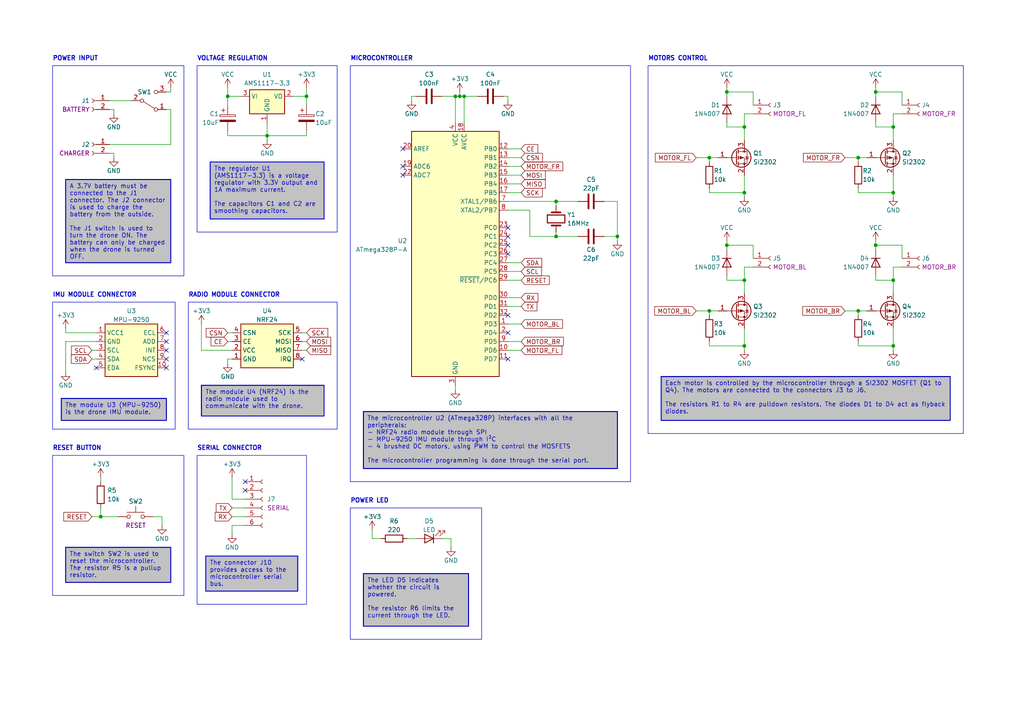
<source format=kicad_sch>
(kicad_sch (version 20230121) (generator eeschema)
  (paper "A4")
  (title_block (title "NanoDrone") (date "2024-02-12") (rev "1.0") (company "Alan Carvalho"))
  (lib_symbols
    (symbol "Connector:Conn_01x02_Socket" (pin_names (offset 1.016) hide)
      (property "Reference" "J" (at 0 2.54 0))
      (property "Value" "Conn_01x02_Socket" (at 0 -5.08 0))
      (symbol "Conn_01x02_Socket_1_1"
        (arc (start 0 -2.032) (mid -0.5058 -2.54) (end 0 -3.048) (stroke (width 0.1524)))
        (polyline (pts (xy -1.27 -2.54) (xy -0.508 -2.54)) (stroke (width 0.1524)))
        (polyline (pts (xy -1.27 0) (xy -0.508 0)) (stroke (width 0.1524)))
        (arc (start 0 0.508) (mid -0.5058 0) (end 0 -0.508) (stroke (width 0.1524)))
        (pin passive line (at -5.08 0 0) (length 3.81) (name "Pin_1") (number "1"))
        (pin passive line (at -5.08 -2.54 0) (length 3.81) (name "Pin_2") (number "2"))
      )
    )
    (symbol "Connector:Conn_01x06_Socket" (pin_names (offset 1.016) hide)
      (property "Reference" "J" (at 0 7.62 0))
      (property "Value" "Conn_01x06_Socket" (at 0 -10.16 0))
      (symbol "Conn_01x06_Socket_1_1"
        (arc (start 0 -7.112) (mid -0.5058 -7.62) (end 0 -8.128) (stroke (width 0.1524)))
        (arc (start 0 -4.572) (mid -0.5058 -5.08) (end 0 -5.588) (stroke (width 0.1524)))
        (arc (start 0 -2.032) (mid -0.5058 -2.54) (end 0 -3.048) (stroke (width 0.1524)))
        (polyline (pts (xy -1.27 -7.62) (xy -0.508 -7.62)) (stroke (width 0.1524)))
        (polyline (pts (xy -1.27 -5.08) (xy -0.508 -5.08)) (stroke (width 0.1524)))
        (polyline (pts (xy -1.27 -2.54) (xy -0.508 -2.54)) (stroke (width 0.1524)))
        (polyline (pts (xy -1.27 0) (xy -0.508 0)) (stroke (width 0.1524)))
        (polyline (pts (xy -1.27 2.54) (xy -0.508 2.54)) (stroke (width 0.1524)))
        (polyline (pts (xy -1.27 5.08) (xy -0.508 5.08)) (stroke (width 0.1524)))
        (arc (start 0 0.508) (mid -0.5058 0) (end 0 -0.508) (stroke (width 0.1524)))
        (arc (start 0 3.048) (mid -0.5058 2.54) (end 0 2.032) (stroke (width 0.1524)))
        (arc (start 0 5.588) (mid -0.5058 5.08) (end 0 4.572) (stroke (width 0.1524)))
        (pin passive line (at -5.08 5.08 0) (length 3.81) (name "Pin_1") (number "1"))
        (pin passive line (at -5.08 2.54 0) (length 3.81) (name "Pin_2") (number "2"))
        (pin passive line (at -5.08 0 0) (length 3.81) (name "Pin_3") (number "3"))
        (pin passive line (at -5.08 -2.54 0) (length 3.81) (name "Pin_4") (number "4"))
        (pin passive line (at -5.08 -5.08 0) (length 3.81) (name "Pin_5") (number "5"))
        (pin passive line (at -5.08 -7.62 0) (length 3.81) (name "Pin_6") (number "6"))
      )
    )
    (symbol "Device:C" (pin_numbers hide) (pin_names (offset 0.254))
      (property "Reference" "C" (at 0.635 2.54 0))
      (property "Value" "C" (at 0.635 -2.54 0))
      (symbol "C_0_1"
        (polyline (pts (xy -2.032 -0.762) (xy 2.032 -0.762)) (stroke (width 0.508)))
        (polyline (pts (xy -2.032 0.762) (xy 2.032 0.762)) (stroke (width 0.508)))
      )
      (symbol "C_1_1"
        (pin passive line (at 0 3.81 270) (length 2.794) (name "~") (number "1"))
        (pin passive line (at 0 -3.81 90) (length 2.794) (name "~") (number "2"))
      )
    )
    (symbol "Device:C_Polarized" (pin_numbers hide) (pin_names (offset 0.254))
      (property "Reference" "C" (at 0.635 2.54 0))
      (property "Value" "C_Polarized" (at 0.635 -2.54 0))
      (symbol "C_Polarized_0_1"
        (rectangle (start -2.286 0.508) (end 2.286 1.016))
        (polyline (pts (xy -1.778 2.286) (xy -0.762 2.286)))
        (polyline (pts (xy -1.27 2.794) (xy -1.27 1.778)))
        (rectangle (start 2.286 -0.508) (end -2.286 -1.016) (fill (type outline)))
      )
      (symbol "C_Polarized_1_1"
        (pin passive line (at 0 3.81 270) (length 2.794) (name "~") (number "1"))
        (pin passive line (at 0 -3.81 90) (length 2.794) (name "~") (number "2"))
      )
    )
    (symbol "Device:Crystal" (pin_numbers hide) (pin_names (offset 1.016) hide)
      (property "Reference" "Y" (at 0 3.81 0))
      (property "Value" "Crystal" (at 0 -3.81 0))
      (symbol "Crystal_0_1"
        (rectangle (start -1.143 2.54) (end 1.143 -2.54) (stroke (width 0.3048)))
        (polyline (pts (xy -2.54 0) (xy -1.905 0)))
        (polyline (pts (xy -1.905 -1.27) (xy -1.905 1.27)) (stroke (width 0.508)))
        (polyline (pts (xy 1.905 -1.27) (xy 1.905 1.27)) (stroke (width 0.508)))
        (polyline (pts (xy 2.54 0) (xy 1.905 0)))
      )
      (symbol "Crystal_1_1"
        (pin passive line (at -3.81 0 0) (length 1.27) (name "1") (number "1"))
        (pin passive line (at 3.81 0 180) (length 1.27) (name "2") (number "2"))
      )
    )
    (symbol "Device:LED" (pin_numbers hide) (pin_names (offset 1.016) hide)
      (property "Reference" "D" (at 0 2.54 0))
      (property "Value" "LED" (at 0 -2.54 0))
      (symbol "LED_0_1"
        (polyline (pts (xy -1.27 -1.27) (xy -1.27 1.27)) (stroke (width 0.254)))
        (polyline (pts (xy -1.27 0) (xy 1.27 0)))
        (polyline (pts (xy 1.27 -1.27) (xy 1.27 1.27) (xy -1.27 0) (xy 1.27 -1.27)) (stroke (width 0.254)))
        (polyline (pts (xy -3.048 -0.762) (xy -4.572 -2.286) (xy -3.81 -2.286) (xy -4.572 -2.286) (xy -4.572 -1.524)))
        (polyline (pts (xy -1.778 -0.762) (xy -3.302 -2.286) (xy -2.54 -2.286) (xy -3.302 -2.286) (xy -3.302 -1.524)))
      )
      (symbol "LED_1_1"
        (pin passive line (at -3.81 0 0) (length 2.54) (name "K") (number "1"))
        (pin passive line (at 3.81 0 180) (length 2.54) (name "A") (number "2"))
      )
    )
    (symbol "Device:R" (pin_numbers hide) (pin_names (offset 0))
      (property "Reference" "R" (at 2.032 0 90))
      (property "Value" "R" (at 0 0 90))
      (symbol "R_0_1"
        (rectangle (start -1.016 -2.54) (end 1.016 2.54) (stroke (width 0.254)))
      )
      (symbol "R_1_1"
        (pin passive line (at 0 3.81 270) (length 1.27) (name "~") (number "1"))
        (pin passive line (at 0 -3.81 90) (length 1.27) (name "~") (number "2"))
      )
    )
    (symbol "Diode:1N4007" (pin_numbers hide) (pin_names hide)
      (property "Reference" "D" (at 0 2.54 0))
      (property "Value" "1N4007" (at 0 -2.54 0))
      (symbol "1N4007_0_1"
        (polyline (pts (xy -1.27 1.27) (xy -1.27 -1.27)) (stroke (width 0.254)))
        (polyline (pts (xy 1.27 0) (xy -1.27 0)))
        (polyline (pts (xy 1.27 1.27) (xy 1.27 -1.27) (xy -1.27 0) (xy 1.27 1.27)) (stroke (width 0.254)))
      )
      (symbol "1N4007_1_1"
        (pin passive line (at -3.81 0 0) (length 2.54) (name "K") (number "1"))
        (pin passive line (at 3.81 0 180) (length 2.54) (name "A") (number "2"))
      )
    )
    (symbol "MCU_Microchip_ATmega:ATmega328P-A"
      (property "Reference" "U" (at -12.7 36.83 0))
      (property "Value" "ATmega328P-A" (at 2.54 -36.83 0))
      (symbol "ATmega328P-A_0_1"
        (rectangle (start -12.7 -35.56) (end 12.7 35.56) (stroke (width 0.254)) (fill (type background)))
      )
      (symbol "ATmega328P-A_1_1"
        (pin bidirectional line (at 15.24 -20.32 180) (length 2.54) (name "PD3") (number "1"))
        (pin bidirectional line (at 15.24 -27.94 180) (length 2.54) (name "PD6") (number "10"))
        (pin bidirectional line (at 15.24 -30.48 180) (length 2.54) (name "PD7") (number "11"))
        (pin bidirectional line (at 15.24 30.48 180) (length 2.54) (name "PB0") (number "12"))
        (pin bidirectional line (at 15.24 27.94 180) (length 2.54) (name "PB1") (number "13"))
        (pin bidirectional line (at 15.24 25.4 180) (length 2.54) (name "PB2") (number "14"))
        (pin bidirectional line (at 15.24 22.86 180) (length 2.54) (name "PB3") (number "15"))
        (pin bidirectional line (at 15.24 20.32 180) (length 2.54) (name "PB4") (number "16"))
        (pin bidirectional line (at 15.24 17.78 180) (length 2.54) (name "PB5") (number "17"))
        (pin power_in line (at 2.54 38.1 270) (length 2.54) (name "AVCC") (number "18"))
        (pin input line (at -15.24 25.4 0) (length 2.54) (name "ADC6") (number "19"))
        (pin bidirectional line (at 15.24 -22.86 180) (length 2.54) (name "PD4") (number "2"))
        (pin passive line (at -15.24 30.48 0) (length 2.54) (name "AREF") (number "20"))
        (pin passive line (at 0 -38.1 90) (length 2.54) hide (name "GND") (number "21"))
        (pin input line (at -15.24 22.86 0) (length 2.54) (name "ADC7") (number "22"))
        (pin bidirectional line (at 15.24 7.62 180) (length 2.54) (name "PC0") (number "23"))
        (pin bidirectional line (at 15.24 5.08 180) (length 2.54) (name "PC1") (number "24"))
        (pin bidirectional line (at 15.24 2.54 180) (length 2.54) (name "PC2") (number "25"))
        (pin bidirectional line (at 15.24 0 180) (length 2.54) (name "PC3") (number "26"))
        (pin bidirectional line (at 15.24 -2.54 180) (length 2.54) (name "PC4") (number "27"))
        (pin bidirectional line (at 15.24 -5.08 180) (length 2.54) (name "PC5") (number "28"))
        (pin bidirectional line (at 15.24 -7.62 180) (length 2.54) (name "~{RESET}/PC6") (number "29"))
        (pin power_in line (at 0 -38.1 90) (length 2.54) (name "GND") (number "3"))
        (pin bidirectional line (at 15.24 -12.7 180) (length 2.54) (name "PD0") (number "30"))
        (pin bidirectional line (at 15.24 -15.24 180) (length 2.54) (name "PD1") (number "31"))
        (pin bidirectional line (at 15.24 -17.78 180) (length 2.54) (name "PD2") (number "32"))
        (pin power_in line (at 0 38.1 270) (length 2.54) (name "VCC") (number "4"))
        (pin passive line (at 0 -38.1 90) (length 2.54) hide (name "GND") (number "5"))
        (pin passive line (at 0 38.1 270) (length 2.54) hide (name "VCC") (number "6"))
        (pin bidirectional line (at 15.24 15.24 180) (length 2.54) (name "XTAL1/PB6") (number "7"))
        (pin bidirectional line (at 15.24 12.7 180) (length 2.54) (name "XTAL2/PB7") (number "8"))
        (pin bidirectional line (at 15.24 -25.4 180) (length 2.54) (name "PD5") (number "9"))
      )
    )
    (symbol "My_Library:MPU-9250_Module"
      (property "Reference" "U" (at 0 7.62 0))
      (symbol "MPU-9250_Module_0_1"
        (rectangle (start -7.62 6.35) (end 7.62 -8.89) (stroke (width 0.254)) (fill (type background)))
      )
      (symbol "MPU-9250_Module_1_1"
        (pin power_in line (at -10.16 3.81 0) (length 2.54) (name "VCC1") (number "1"))
        (pin input line (at 10.16 -6.35 180) (length 2.54) (name "FSYNC") (number "10"))
        (pin power_in line (at -10.16 1.27 0) (length 2.54) (name "GND") (number "2"))
        (pin input line (at -10.16 -1.27 0) (length 2.54) (name "SCL") (number "3"))
        (pin input line (at -10.16 -3.81 0) (length 2.54) (name "SDA") (number "4"))
        (pin input line (at -10.16 -6.35 0) (length 2.54) (name "EDA") (number "5"))
        (pin input line (at 10.16 3.81 180) (length 2.54) (name "ECL") (number "6"))
        (pin input line (at 10.16 1.27 180) (length 2.54) (name "ADD") (number "7"))
        (pin input line (at 10.16 -1.27 180) (length 2.54) (name "INT") (number "8"))
        (pin input line (at 10.16 -3.81 180) (length 2.54) (name "NCS") (number "9"))
      )
    )
    (symbol "My_Library:NRF24_Module"
      (property "Reference" "U" (at 0 11.43 0))
      (symbol "NRF24_Module_0_1"
        (rectangle (start -7.62 7.62) (end 7.62 -5.08) (stroke (width 0.254)) (fill (type background)))
      )
      (symbol "NRF24_Module_1_1"
        (pin power_in line (at -10.16 -2.54 0) (length 2.54) (name "GND") (number "1"))
        (pin power_in line (at -10.16 0 0) (length 2.54) (name "VCC") (number "2"))
        (pin input line (at -10.16 2.54 0) (length 2.54) (name "CE") (number "3"))
        (pin input line (at -10.16 5.08 0) (length 2.54) (name "CSN") (number "4"))
        (pin input line (at 10.16 5.08 180) (length 2.54) (name "SCK") (number "5"))
        (pin input line (at 10.16 2.54 180) (length 2.54) (name "MOSI") (number "6"))
        (pin input line (at 10.16 0 180) (length 2.54) (name "MISO") (number "7"))
        (pin input line (at 10.16 -2.54 180) (length 2.54) (name "IRQ") (number "8"))
      )
    )
    (symbol "Regulator_Linear:AMS1117-5.0"
      (property "Reference" "U" (at -3.81 3.175 0))
      (property "Value" "AMS1117-5.0" (at 0 3.175 0))
      (symbol "AMS1117-5.0_0_1"
        (rectangle (start -5.08 -5.08) (end 5.08 1.905) (stroke (width 0.254)) (fill (type background)))
      )
      (symbol "AMS1117-5.0_1_1"
        (pin power_in line (at 0 -7.62 90) (length 2.54) (name "GND") (number "1"))
        (pin power_out line (at 7.62 0 180) (length 2.54) (name "VO") (number "2"))
        (pin power_in line (at -7.62 0 0) (length 2.54) (name "VI") (number "3"))
      )
    )
    (symbol "Switch:SW_Push" (pin_numbers hide) (pin_names (offset 1.016) hide)
      (property "Reference" "SW" (at 1.27 2.54 0))
      (property "Value" "SW_Push" (at 0 -1.524 0))
      (symbol "SW_Push_0_1"
        (circle (center -2.032 0) (radius 0.508))
        (polyline (pts (xy 0 1.27) (xy 0 3.048)))
        (polyline (pts (xy 2.54 1.27) (xy -2.54 1.27)))
        (circle (center 2.032 0) (radius 0.508))
        (pin passive line (at -5.08 0 0) (length 2.54) (name "1") (number "1"))
        (pin passive line (at 5.08 0 180) (length 2.54) (name "2") (number "2"))
      )
    )
    (symbol "Switch:SW_SPDT" (pin_names (offset 0) hide)
      (property "Reference" "SW" (at 0 4.318 0))
      (property "Value" "SW_SPDT" (at 0 -5.08 0))
      (symbol "SW_SPDT_0_0"
        (circle (center -2.032 0) (radius 0.508))
        (circle (center 2.032 -2.54) (radius 0.508))
      )
      (symbol "SW_SPDT_0_1"
        (polyline (pts (xy -1.524 0.254) (xy 1.651 2.286)))
        (circle (center 2.032 2.54) (radius 0.508))
      )
      (symbol "SW_SPDT_1_1"
        (pin passive line (at 5.08 2.54 180) (length 2.54) (name "A") (number "1"))
        (pin passive line (at -5.08 0 0) (length 2.54) (name "B") (number "2"))
        (pin passive line (at 5.08 -2.54 180) (length 2.54) (name "C") (number "3"))
      )
    )
    (symbol "Transistor_FET:Si2319CDS" (pin_names hide)
      (property "Reference" "Q" (at 5.08 1.905 0))
      (property "Value" "Si2319CDS" (at 5.08 0 0))
      (symbol "Si2319CDS_0_1"
        (polyline (pts (xy 0.254 0) (xy -2.54 0)))
        (polyline (pts (xy 0.254 1.905) (xy 0.254 -1.905)) (stroke (width 0.254)))
        (polyline (pts (xy 0.762 -1.27) (xy 0.762 -2.286)) (stroke (width 0.254)))
        (polyline (pts (xy 0.762 0.508) (xy 0.762 -0.508)) (stroke (width 0.254)))
        (polyline (pts (xy 0.762 2.286) (xy 0.762 1.27)) (stroke (width 0.254)))
        (polyline (pts (xy 2.54 2.54) (xy 2.54 1.778)))
        (polyline (pts (xy 2.54 -2.54) (xy 2.54 0) (xy 0.762 0)))
        (polyline (pts (xy 0.762 1.778) (xy 3.302 1.778) (xy 3.302 -1.778) (xy 0.762 -1.778)))
        (polyline (pts (xy 2.286 0) (xy 1.27 0.381) (xy 1.27 -0.381) (xy 2.286 0)) (fill (type outline)))
        (polyline (pts (xy 2.794 -0.508) (xy 2.921 -0.381) (xy 3.683 -0.381) (xy 3.81 -0.254)))
        (polyline (pts (xy 3.302 -0.381) (xy 2.921 0.254) (xy 3.683 0.254) (xy 3.302 -0.381)))
        (circle (center 1.651 0) (radius 2.794) (stroke (width 0.254)))
        (circle (center 2.54 -1.778) (radius 0.254) (fill (type outline)))
        (circle (center 2.54 1.778) (radius 0.254) (fill (type outline)))
      )
      (symbol "Si2319CDS_1_1"
        (pin input line (at -5.08 0 0) (length 2.54) (name "G") (number "1"))
        (pin passive line (at 2.54 -5.08 90) (length 2.54) (name "S") (number "2"))
        (pin passive line (at 2.54 5.08 270) (length 2.54) (name "D") (number "3"))
      )
    )
    (symbol "power:+3V3" (power) (pin_names (offset 0))
      (property "Value" "+3V3" (at 0 3.556 0))
      (symbol "+3V3_0_1"
        (polyline (pts (xy -0.762 1.27) (xy 0 2.54)))
        (polyline (pts (xy 0 0) (xy 0 2.54)))
        (polyline (pts (xy 0 2.54) (xy 0.762 1.27)))
      )
      (symbol "+3V3_1_1"
        (pin power_in line (at 0 0 90) (length 0) hide (name "+3V3") (number "1"))
      )
    )
    (symbol "power:GND" (power) (pin_names (offset 0))
      (property "Value" "GND" (at 0 -3.81 0))
      (symbol "GND_0_1"
        (polyline (pts (xy 0 0) (xy 0 -1.27) (xy 1.27 -1.27) (xy 0 -2.54) (xy -1.27 -1.27) (xy 0 -1.27)))
      )
      (symbol "GND_1_1"
        (pin power_in line (at 0 0 270) (length 0) hide (name "GND") (number "1"))
      )
    )
    (symbol "power:VCC" (power) (pin_names (offset 0))
      (property "Value" "VCC" (at 0 3.81 0))
      (symbol "VCC_0_1"
        (polyline (pts (xy -0.762 1.27) (xy 0 2.54)))
        (polyline (pts (xy 0 0) (xy 0 2.54)))
        (polyline (pts (xy 0 2.54) (xy 0.762 1.27)))
      )
      (symbol "VCC_1_1"
        (pin power_in line (at 0 0 90) (length 0) hide (name "VCC") (number "1"))
      )
    )
  )
  (junction (at 215.9 81.28))
  (junction (at 134.62 27.94))
  (junction (at 205.74 90.17))
  (junction (at 259.08 100.33))
  (junction (at 254 26.67))
  (junction (at 248.92 90.17))
  (junction (at 259.08 81.28))
  (junction (at 254 71.12))
  (junction (at 179.07 68.58))
  (junction (at 210.82 71.12))
  (junction (at 161.29 58.42))
  (junction (at 88.9 27.94))
  (junction (at 205.74 45.72))
  (junction (at 259.08 55.88))
  (junction (at 161.29 68.58))
  (junction (at 66.04 27.94))
  (junction (at 248.92 45.72))
  (junction (at 29.21 149.86))
  (junction (at 215.9 55.88))
  (junction (at 133.35 27.94))
  (junction (at 132.08 27.94))
  (junction (at 259.08 36.83))
  (junction (at 215.9 36.83))
  (junction (at 210.82 26.67))
  (junction (at 215.9 100.33))
  (junction (at 77.47 39.37))
  (no_connect (at 147.32 104.14))
  (no_connect (at 116.84 48.26))
  (no_connect (at 116.84 43.18))
  (no_connect (at 147.32 71.12))
  (no_connect (at 27.94 106.68))
  (no_connect (at 116.84 50.8))
  (no_connect (at 147.32 73.66))
  (no_connect (at 147.32 91.44))
  (no_connect (at 48.26 99.06))
  (no_connect (at 71.12 139.7))
  (no_connect (at 48.26 104.14))
  (no_connect (at 71.12 142.24))
  (no_connect (at 48.26 101.6))
  (no_connect (at 147.32 66.04))
  (no_connect (at 87.63 104.14))
  (no_connect (at 48.26 106.68))
  (no_connect (at 48.26 96.52))
  (no_connect (at 147.32 68.58))
  (no_connect (at 147.32 96.52))
  (wire (pts (xy 132.08 27.94) (xy 133.35 27.94)))
  (wire (pts (xy 44.45 149.86) (xy 46.99 149.86)))
  (wire (pts (xy 33.02 31.75) (xy 31.75 31.75)))
  (wire (pts (xy 67.31 138.43) (xy 67.31 144.78)))
  (wire (pts (xy 147.32 93.98) (xy 151.13 93.98)))
  (wire (pts (xy 215.9 33.02) (xy 218.44 33.02)))
  (wire (pts (xy 254 81.28) (xy 259.08 81.28)))
  (wire (pts (xy 26.67 101.6) (xy 27.94 101.6)))
  (wire (pts (xy 210.82 69.85) (xy 210.82 71.12)))
  (wire (pts (xy 49.53 31.75) (xy 48.26 31.75)))
  (wire (pts (xy 248.92 46.99) (xy 248.92 45.72)))
  (wire (pts (xy 147.32 29.21) (xy 147.32 27.94)))
  (wire (pts (xy 215.9 77.47) (xy 218.44 77.47)))
  (wire (pts (xy 147.32 86.36) (xy 151.13 86.36)))
  (wire (pts (xy 66.04 38.1) (xy 66.04 39.37)))
  (wire (pts (xy 29.21 149.86) (xy 34.29 149.86)))
  (wire (pts (xy 66.04 25.4) (xy 66.04 27.94)))
  (wire (pts (xy 254 26.67) (xy 261.62 26.67)))
  (wire (pts (xy 205.74 46.99) (xy 205.74 45.72)))
  (wire (pts (xy 66.04 39.37) (xy 77.47 39.37)))
  (wire (pts (xy 147.32 43.18) (xy 151.13 43.18)))
  (wire (pts (xy 248.92 45.72) (xy 245.11 45.72)))
  (wire (pts (xy 147.32 53.34) (xy 151.13 53.34)))
  (wire (pts (xy 179.07 68.58) (xy 179.07 69.85)))
  (wire (pts (xy 118.11 156.21) (xy 120.65 156.21)))
  (wire (pts (xy 26.67 104.14) (xy 27.94 104.14)))
  (wire (pts (xy 66.04 99.06) (xy 67.31 99.06)))
  (wire (pts (xy 88.9 101.6) (xy 87.63 101.6)))
  (wire (pts (xy 147.32 60.96) (xy 153.67 60.96)))
  (wire (pts (xy 254 35.56) (xy 254 36.83)))
  (wire (pts (xy 215.9 50.8) (xy 215.9 55.88)))
  (wire (pts (xy 107.95 156.21) (xy 110.49 156.21)))
  (wire (pts (xy 29.21 138.43) (xy 29.21 139.7)))
  (wire (pts (xy 88.9 99.06) (xy 87.63 99.06)))
  (wire (pts (xy 259.08 55.88) (xy 259.08 57.15)))
  (wire (pts (xy 210.82 72.39) (xy 210.82 71.12)))
  (wire (pts (xy 259.08 50.8) (xy 259.08 55.88)))
  (wire (pts (xy 254 69.85) (xy 254 71.12)))
  (wire (pts (xy 66.04 27.94) (xy 69.85 27.94)))
  (wire (pts (xy 205.74 91.44) (xy 205.74 90.17)))
  (wire (pts (xy 218.44 26.67) (xy 218.44 30.48)))
  (wire (pts (xy 248.92 90.17) (xy 251.46 90.17)))
  (wire (pts (xy 119.38 27.94) (xy 120.65 27.94)))
  (wire (pts (xy 205.74 90.17) (xy 208.28 90.17)))
  (wire (pts (xy 205.74 55.88) (xy 215.9 55.88)))
  (wire (pts (xy 147.32 58.42) (xy 161.29 58.42)))
  (wire (pts (xy 205.74 90.17) (xy 201.93 90.17)))
  (wire (pts (xy 210.82 36.83) (xy 215.9 36.83)))
  (wire (pts (xy 205.74 45.72) (xy 201.93 45.72)))
  (wire (pts (xy 254 80.01) (xy 254 81.28)))
  (wire (pts (xy 49.53 41.91) (xy 31.75 41.91)))
  (wire (pts (xy 210.82 80.01) (xy 210.82 81.28)))
  (wire (pts (xy 66.04 104.14) (xy 67.31 104.14)))
  (wire (pts (xy 147.32 101.6) (xy 151.13 101.6)))
  (wire (pts (xy 259.08 85.09) (xy 259.08 81.28)))
  (wire (pts (xy 205.74 45.72) (xy 208.28 45.72)))
  (wire (pts (xy 19.05 95.25) (xy 19.05 96.52)))
  (wire (pts (xy 161.29 68.58) (xy 161.29 67.31)))
  (wire (pts (xy 58.42 101.6) (xy 67.31 101.6)))
  (wire (pts (xy 128.27 156.21) (xy 130.81 156.21)))
  (wire (pts (xy 107.95 153.67) (xy 107.95 156.21)))
  (wire (pts (xy 248.92 99.06) (xy 248.92 100.33)))
  (wire (pts (xy 31.75 29.21) (xy 38.1 29.21)))
  (wire (pts (xy 179.07 68.58) (xy 175.26 68.58)))
  (wire (pts (xy 58.42 93.98) (xy 58.42 101.6)))
  (wire (pts (xy 205.74 99.06) (xy 205.74 100.33)))
  (wire (pts (xy 46.99 149.86) (xy 46.99 152.4)))
  (wire (pts (xy 210.82 26.67) (xy 218.44 26.67)))
  (wire (pts (xy 254 36.83) (xy 259.08 36.83)))
  (wire (pts (xy 33.02 44.45) (xy 31.75 44.45)))
  (wire (pts (xy 33.02 45.72) (xy 33.02 44.45)))
  (wire (pts (xy 161.29 68.58) (xy 153.67 68.58)))
  (wire (pts (xy 175.26 58.42) (xy 179.07 58.42)))
  (wire (pts (xy 132.08 111.76) (xy 132.08 113.03)))
  (wire (pts (xy 259.08 100.33) (xy 259.08 101.6)))
  (wire (pts (xy 179.07 58.42) (xy 179.07 68.58)))
  (wire (pts (xy 138.43 27.94) (xy 134.62 27.94)))
  (wire (pts (xy 19.05 96.52) (xy 27.94 96.52)))
  (wire (pts (xy 215.9 81.28) (xy 215.9 77.47)))
  (wire (pts (xy 215.9 40.64) (xy 215.9 36.83)))
  (wire (pts (xy 259.08 33.02) (xy 261.62 33.02)))
  (wire (pts (xy 261.62 26.67) (xy 261.62 30.48)))
  (wire (pts (xy 254 27.94) (xy 254 26.67)))
  (wire (pts (xy 215.9 36.83) (xy 215.9 33.02)))
  (wire (pts (xy 88.9 39.37) (xy 77.47 39.37)))
  (wire (pts (xy 261.62 71.12) (xy 261.62 74.93)))
  (wire (pts (xy 77.47 35.56) (xy 77.47 39.37)))
  (wire (pts (xy 147.32 27.94) (xy 146.05 27.94)))
  (wire (pts (xy 153.67 68.58) (xy 153.67 60.96)))
  (wire (pts (xy 210.82 25.4) (xy 210.82 26.67)))
  (wire (pts (xy 210.82 81.28) (xy 215.9 81.28)))
  (wire (pts (xy 248.92 55.88) (xy 259.08 55.88)))
  (wire (pts (xy 49.53 26.67) (xy 49.53 25.4)))
  (wire (pts (xy 147.32 88.9) (xy 151.13 88.9)))
  (wire (pts (xy 66.04 96.52) (xy 67.31 96.52)))
  (wire (pts (xy 147.32 78.74) (xy 151.13 78.74)))
  (wire (pts (xy 133.35 27.94) (xy 134.62 27.94)))
  (wire (pts (xy 66.04 105.41) (xy 66.04 104.14)))
  (wire (pts (xy 215.9 85.09) (xy 215.9 81.28)))
  (wire (pts (xy 66.04 30.48) (xy 66.04 27.94)))
  (wire (pts (xy 132.08 27.94) (xy 132.08 35.56)))
  (wire (pts (xy 254 71.12) (xy 261.62 71.12)))
  (wire (pts (xy 147.32 48.26) (xy 151.13 48.26)))
  (wire (pts (xy 210.82 35.56) (xy 210.82 36.83)))
  (wire (pts (xy 134.62 27.94) (xy 134.62 35.56)))
  (wire (pts (xy 147.32 45.72) (xy 151.13 45.72)))
  (wire (pts (xy 48.26 26.67) (xy 49.53 26.67)))
  (wire (pts (xy 88.9 27.94) (xy 85.09 27.94)))
  (wire (pts (xy 248.92 100.33) (xy 259.08 100.33)))
  (wire (pts (xy 77.47 39.37) (xy 77.47 40.64)))
  (wire (pts (xy 205.74 54.61) (xy 205.74 55.88)))
  (wire (pts (xy 88.9 96.52) (xy 87.63 96.52)))
  (wire (pts (xy 49.53 41.91) (xy 49.53 31.75)))
  (wire (pts (xy 19.05 107.95) (xy 19.05 99.06)))
  (wire (pts (xy 88.9 30.48) (xy 88.9 27.94)))
  (wire (pts (xy 147.32 81.28) (xy 151.13 81.28)))
  (wire (pts (xy 259.08 77.47) (xy 261.62 77.47)))
  (wire (pts (xy 26.67 149.86) (xy 29.21 149.86)))
  (wire (pts (xy 19.05 99.06) (xy 27.94 99.06)))
  (wire (pts (xy 248.92 91.44) (xy 248.92 90.17)))
  (wire (pts (xy 259.08 81.28) (xy 259.08 77.47)))
  (wire (pts (xy 248.92 54.61) (xy 248.92 55.88)))
  (wire (pts (xy 210.82 71.12) (xy 218.44 71.12)))
  (wire (pts (xy 161.29 58.42) (xy 167.64 58.42)))
  (wire (pts (xy 67.31 149.86) (xy 71.12 149.86)))
  (wire (pts (xy 161.29 68.58) (xy 167.64 68.58)))
  (wire (pts (xy 215.9 95.25) (xy 215.9 100.33)))
  (wire (pts (xy 88.9 25.4) (xy 88.9 27.94)))
  (wire (pts (xy 119.38 29.21) (xy 119.38 27.94)))
  (wire (pts (xy 248.92 90.17) (xy 245.11 90.17)))
  (wire (pts (xy 147.32 55.88) (xy 151.13 55.88)))
  (wire (pts (xy 67.31 147.32) (xy 71.12 147.32)))
  (wire (pts (xy 215.9 100.33) (xy 215.9 101.6)))
  (wire (pts (xy 254 72.39) (xy 254 71.12)))
  (wire (pts (xy 218.44 71.12) (xy 218.44 74.93)))
  (wire (pts (xy 254 25.4) (xy 254 26.67)))
  (wire (pts (xy 147.32 50.8) (xy 151.13 50.8)))
  (wire (pts (xy 29.21 147.32) (xy 29.21 149.86)))
  (wire (pts (xy 128.27 27.94) (xy 132.08 27.94)))
  (wire (pts (xy 33.02 33.02) (xy 33.02 31.75)))
  (wire (pts (xy 67.31 144.78) (xy 71.12 144.78)))
  (wire (pts (xy 259.08 95.25) (xy 259.08 100.33)))
  (wire (pts (xy 259.08 36.83) (xy 259.08 33.02)))
  (wire (pts (xy 133.35 26.67) (xy 133.35 27.94)))
  (wire (pts (xy 147.32 99.06) (xy 151.13 99.06)))
  (wire (pts (xy 205.74 100.33) (xy 215.9 100.33)))
  (wire (pts (xy 248.92 45.72) (xy 251.46 45.72)))
  (wire (pts (xy 88.9 38.1) (xy 88.9 39.37)))
  (wire (pts (xy 161.29 58.42) (xy 161.29 59.69)))
  (wire (pts (xy 210.82 27.94) (xy 210.82 26.67)))
  (wire (pts (xy 259.08 40.64) (xy 259.08 36.83)))
  (wire (pts (xy 215.9 55.88) (xy 215.9 57.15)))
  (wire (pts (xy 147.32 76.2) (xy 151.13 76.2)))
  (wire (pts (xy 130.81 156.21) (xy 130.81 158.75)))
  (wire (pts (xy 67.31 152.4) (xy 71.12 152.4)))
  (wire (pts (xy 67.31 154.94) (xy 67.31 152.4)))
  (rectangle (start 57.15 132.08) (end 88.9 175.26))
  (rectangle (start 15.24 19.05) (end 53.34 80.01))
  (rectangle (start 15.24 132.08) (end 53.34 172.72))
  (rectangle (start 54.61 87.63) (end 97.79 124.46))
  (rectangle (start 101.6 19.05) (end 182.88 139.7))
  (rectangle (start 57.15 19.05) (end 97.79 67.31))
  (rectangle (start 15.24 87.63) (end 50.8 124.46))
  (rectangle (start 187.96 19.05) (end 279.4 125.73))
  (rectangle (start 101.6 147.32) (end 139.7 185.42))
  (text_box "The switch SW2 is used to reset the microcontroller. The resistor R5 is a pullup resistor." (at 19.05 158.75 0) (size 30.48 10.16) (stroke (width 0.3)) (fill (type color) (color 194 194 194 1)) (effects (font (size 1.27 1.27)) (justify left top)))
  (text_box "The module U4 (NRF24) is the radio module used to communicate with the drone." (at 58.42 111.76 0) (size 35.56 8.89) (stroke (width 0.3)) (fill (type color) (color 194 194 194 1)) (effects (font (size 1.27 1.27)) (justify left top)))
  (text_box "The regulator U1 (AMS1117-3.3) is a voltage regulator with 3.3V output and 1A maximum current.\n\nThe capacitors C1 and C2 are smoothing capacitors." (at 60.96 46.99 0) (size 33.02 16.51) (stroke (width 0.3)) (fill (type color) (color 194 194 194 1)) (effects (font (size 1.27 1.27)) (justify left top)))
  (text_box "The microcontroller U2 (ATmega328P) interfaces with all the peripherals:\n- NRF24 radio module through SPI\n- MPU-9250 IMU module through I²C\n- 4 brushed DC motors, using PWM to control the MOSFETS\n\nThe microcontroller programming is done through the serial port." (at 105.41 119.38 0) (size 73.66 16.51) (stroke (width 0.3)) (fill (type color) (color 194 194 194 1)) (effects (font (size 1.27 1.27)) (justify left top)))
  (text_box "A 3.7V battery must be connected to the J1 connector. The J2 connector is used to charge the battery from the outside.\n\nThe J1 switch is used to turn the drone ON. The battery can only be charged when the drone is turned OFF." (at 19.05 52.07 0) (size 30.48 24.13) (stroke (width 0.3)) (fill (type color) (color 194 194 194 1)) (effects (font (size 1.27 1.27)) (justify left top)))
  (text_box "The module U3 (MPU-9250) is the drone IMU module." (at 17.78 115.57 0) (size 30.48 6.35) (stroke (width 0.3)) (fill (type color) (color 194 194 194 1)) (effects (font (size 1.27 1.27)) (justify left top)))
  (text_box "The connector J10 provides access to the microcontroller serial bus." (at 59.69 161.29 0) (size 26.67 10.16) (stroke (width 0.3)) (fill (type color) (color 194 194 194 1)) (effects (font (size 1.27 1.27)) (justify left top)))
  (text_box "Each motor is controlled by the microcontroller through a SI2302 MOSFET (Q1 to Q4). The motors are connected to the connectors J3 to J6.\n\nThe resistors R1 to R4 are pulldown resistors. The diodes D1 to D4 act as flyback diodes." (at 191.77 109.22 0) (size 83.82 12.7) (stroke (width 0.3)) (fill (type color) (color 194 194 194 1)) (effects (font (size 1.27 1.27)) (justify left top)))
  (text_box "The LED D5 indicates whether the circuit is powered.\n\nThe resistor R6 limits the current through the LED." (at 105.41 166.37 0) (size 30.48 15.24) (stroke (width 0.3)) (fill (type color) (color 194 194 194 1)) (effects (font (size 1.27 1.27)) (justify left top)))
  (text "VOLTAGE REGULATION" (at 57.15 17.78 0) (effects (font (size 1.27 1.27) (thickness 0.254) bold) (justify left bottom)))
  (text "POWER INPUT" (at 15.24 17.78 0) (effects (font (size 1.27 1.27) (thickness 0.254) bold) (justify left bottom)))
  (text "RADIO MODULE CONNECTOR" (at 54.61 86.36 0) (effects (font (size 1.27 1.27) (thickness 0.254) bold) (justify left bottom)))
  (text "RESET BUTTON" (at 15.24 130.81 0) (effects (font (size 1.27 1.27) (thickness 0.254) bold) (justify left bottom)))
  (text "MICROCONTROLLER" (at 101.6 17.78 0) (effects (font (size 1.27 1.27) (thickness 0.254) bold) (justify left bottom)))
  (text "MOTORS CONTROL" (at 187.96 17.78 0) (effects (font (size 1.27 1.27) (thickness 0.254) bold) (justify left bottom)))
  (text "SERIAL CONNECTOR" (at 57.15 130.81 0) (effects (font (size 1.27 1.27) (thickness 0.254) bold) (justify left bottom)))
  (text "POWER LED" (at 101.6 146.05 0) (effects (font (size 1.27 1.27) (thickness 0.254) bold) (justify left bottom)))
  (text "IMU MODULE CONNECTOR" (at 15.24 86.36 0) (effects (font (size 1.27 1.27) (thickness 0.254) bold) (justify left bottom)))
  (global_label "MOTOR_BL" (shape input) (at 201.93 90.17 180) (property "Intersheetrefs" "${INTERSHEET_REFS}" (effects hide)))
  (global_label "SCL" (shape input) (at 151.13 78.74 0) (property "Intersheetrefs" "${INTERSHEET_REFS}" (effects hide)))
  (global_label "SDA" (shape input) (at 26.67 104.14 180) (property "Intersheetrefs" "${INTERSHEET_REFS}" (effects hide)))
  (global_label "MOTOR_BR" (shape input) (at 245.11 90.17 180) (property "Intersheetrefs" "${INTERSHEET_REFS}" (effects hide)))
  (global_label "RESET" (shape input) (at 151.13 81.28 0) (property "Intersheetrefs" "${INTERSHEET_REFS}" (effects hide)))
  (global_label "CE" (shape input) (at 66.04 99.06 180) (property "Intersheetrefs" "${INTERSHEET_REFS}" (effects hide)))
  (global_label "TX" (shape input) (at 67.31 147.32 180) (property "Intersheetrefs" "${INTERSHEET_REFS}" (effects hide)))
  (global_label "CSN" (shape input) (at 151.13 45.72 0) (property "Intersheetrefs" "${INTERSHEET_REFS}" (effects hide)))
  (global_label "MISO" (shape input) (at 88.9 101.6 0) (property "Intersheetrefs" "${INTERSHEET_REFS}" (effects hide)))
  (global_label "MOTOR_BR" (shape input) (at 151.13 99.06 0) (property "Intersheetrefs" "${INTERSHEET_REFS}" (effects hide)))
  (global_label "RX" (shape input) (at 67.31 149.86 180) (property "Intersheetrefs" "${INTERSHEET_REFS}" (effects hide)))
  (global_label "MISO" (shape input) (at 151.13 53.34 0) (property "Intersheetrefs" "${INTERSHEET_REFS}" (effects hide)))
  (global_label "TX" (shape input) (at 151.13 88.9 0) (property "Intersheetrefs" "${INTERSHEET_REFS}" (effects hide)))
  (global_label "SCK" (shape input) (at 151.13 55.88 0) (property "Intersheetrefs" "${INTERSHEET_REFS}" (effects hide)))
  (global_label "MOTOR_BL" (shape input) (at 151.13 93.98 0) (property "Intersheetrefs" "${INTERSHEET_REFS}" (effects hide)))
  (global_label "RESET" (shape input) (at 26.67 149.86 180) (property "Intersheetrefs" "${INTERSHEET_REFS}" (effects hide)))
  (global_label "SDA" (shape input) (at 151.13 76.2 0) (property "Intersheetrefs" "${INTERSHEET_REFS}" (effects hide)))
  (global_label "MOTOR_FL" (shape input) (at 151.13 101.6 0) (property "Intersheetrefs" "${INTERSHEET_REFS}" (effects hide)))
  (global_label "MOTOR_FR" (shape input) (at 245.11 45.72 180) (property "Intersheetrefs" "${INTERSHEET_REFS}" (effects hide)))
  (global_label "MOTOR_FL" (shape input) (at 201.93 45.72 180) (property "Intersheetrefs" "${INTERSHEET_REFS}" (effects hide)))
  (global_label "MOTOR_FR" (shape input) (at 151.13 48.26 0) (property "Intersheetrefs" "${INTERSHEET_REFS}" (effects hide)))
  (global_label "CSN" (shape input) (at 66.04 96.52 180) (property "Intersheetrefs" "${INTERSHEET_REFS}" (effects hide)))
  (global_label "SCK" (shape input) (at 88.9 96.52 0) (property "Intersheetrefs" "${INTERSHEET_REFS}" (effects hide)))
  (global_label "MOSI" (shape input) (at 151.13 50.8 0) (property "Intersheetrefs" "${INTERSHEET_REFS}" (effects hide)))
  (global_label "RX" (shape input) (at 151.13 86.36 0) (property "Intersheetrefs" "${INTERSHEET_REFS}" (effects hide)))
  (global_label "MOSI" (shape input) (at 88.9 99.06 0) (property "Intersheetrefs" "${INTERSHEET_REFS}" (effects hide)))
  (global_label "CE" (shape input) (at 151.13 43.18 0) (property "Intersheetrefs" "${INTERSHEET_REFS}" (effects hide)))
  (global_label "SCL" (shape input) (at 26.67 101.6 180) (property "Intersheetrefs" "${INTERSHEET_REFS}" (effects hide)))
  (symbol (lib_id "power:+3V3") (at 67.31 138.43 0) (unit 1)
    (property "Reference" "#PWR030" (effects hide))
    (property "Value" "+3V3" (at 67.31 134.62 0))
  )
  (symbol (lib_id "Device:C") (at 171.45 68.58 90) (unit 1)
    (property "Reference" "C6" (at 171.45 72.39 90))
    (property "Value" "22pF" (at 171.45 74.93 90))
    (property "Footprint" "Capacitor_SMD:C_0603_1608Metric" (effects hide))
    (property "Voltage" "16V" (effects hide))
  )
  (symbol (lib_id "Device:R") (at 248.92 50.8 0) (unit 1)
    (property "Reference" "R2" (at 250.19 49.53 0) (effects (justify left)))
    (property "Value" "10k" (at 250.19 52.07 0) (effects (justify left)))
    (property "Footprint" "Resistor_SMD:R_0603_1608Metric" (effects hide))
    (property "Tolerance" "5%" (effects hide))
    (property "Power" "1/10W" (effects hide))
  )
  (symbol (lib_id "Diode:1N4007") (at 210.82 76.2 270) (unit 1)
    (property "Reference" "D3" (at 208.915 74.93 90) (effects (justify right)))
    (property "Value" "1N4007" (at 208.915 77.47 90) (effects (justify right)))
    (property "Footprint" "Diode_SMD:D_SMA" (effects hide))
    (property "Datasheet" "http://www.vishay.com/docs/88503/1n4001.pdf" (effects hide))
  )
  (symbol (lib_id "Diode:1N4007") (at 254 31.75 270) (unit 1)
    (property "Reference" "D2" (at 252.095 30.48 90) (effects (justify right)))
    (property "Value" "1N4007" (at 252.095 33.02 90) (effects (justify right)))
    (property "Footprint" "Diode_SMD:D_SMA" (effects hide))
    (property "Datasheet" "http://www.vishay.com/docs/88503/1n4001.pdf" (effects hide))
  )
  (symbol (lib_id "Device:LED") (at 124.46 156.21 180) (unit 1)
    (property "Reference" "D5" (at 124.46 151.13 0))
    (property "Value" "LED" (at 124.46 153.67 0))
    (property "Footprint" "LED_THT:LED_D3.0mm_Clear" (effects hide))
    (property "Color" "Green" (effects hide))
  )
  (symbol (lib_id "power:+3V3") (at 107.95 153.67 0) (unit 1)
    (property "Reference" "#PWR028" (effects hide))
    (property "Value" "+3V3" (at 107.95 149.86 0))
  )
  (symbol (lib_id "power:VCC") (at 254 25.4 0) (unit 1)
    (property "Reference" "#PWR08" (effects hide))
    (property "Value" "VCC" (at 254 21.59 0))
  )
  (symbol (lib_id "Connector:Conn_01x02_Socket") (at 26.67 41.91 0) (mirror y) (unit 1)
    (property "Reference" "J2" (at 26.035 41.91 0) (effects (justify left)))
    (property "Value" "Conn_01x02_Socket" (effects hide))
    (property "Footprint" "Connector_JST:JST_XH_B2B-XH-A_1x02_P2.50mm_Vertical" (effects hide))
    (property "Description" "CHARGER" (at 26.035 44.45 0) (effects (justify left)))
  )
  (symbol (lib_id "power:GND") (at 46.99 152.4 0) (unit 1)
    (property "Reference" "#PWR023" (effects hide))
    (property "Value" "GND" (at 46.99 156.21 0))
  )
  (symbol (lib_id "Switch:SW_SPDT") (at 43.18 29.21 0) (mirror x) (unit 1)
    (property "Reference" "SW1" (at 41.91 26.67 0))
    (property "Value" "SW_SPDT" (effects hide))
    (property "Footprint" "MyLibrary:Toggle_Switch_SelfLocking_7x7" (effects hide))
  )
  (symbol (lib_id "power:GND") (at 19.05 107.95 0) (unit 1)
    (property "Reference" "#PWR021" (effects hide))
    (property "Value" "GND" (at 19.05 111.76 0))
  )
  (symbol (lib_id "Transistor_FET:Si2319CDS") (at 256.54 45.72 0) (unit 1)
    (property "Reference" "Q2" (at 261.62 44.45 0) (effects (justify left)))
    (property "Value" "SI2302" (at 261.62 46.99 0) (effects (justify left)))
    (property "Footprint" "Package_TO_SOT_SMD:SOT-23" (effects hide))
    (property "Datasheet" "https://datasheet.lcsc.com/lcsc/1810202111_Guangdong-Hottech-SI2302_C181087.pdf" (effects hide))
  )
  (symbol (lib_id "power:+3V3") (at 133.35 26.67 0) (unit 1)
    (property "Reference" "#PWR03" (effects hide))
    (property "Value" "+3V3" (at 133.35 22.86 0))
  )
  (symbol (lib_id "power:GND") (at 77.47 40.64 0) (unit 1)
    (property "Reference" "#PWR018" (effects hide))
    (property "Value" "GND" (at 77.47 44.45 0))
  )
  (symbol (lib_id "Connector:Conn_01x02_Socket") (at 223.52 74.93 0) (unit 1)
    (property "Reference" "J5" (at 224.155 74.93 0) (effects (justify left)))
    (property "Value" "Conn_01x02_Socket" (effects hide))
    (property "Footprint" "Connector_JST:JST_XH_B2B-XH-A_1x02_P2.50mm_Vertical" (effects hide))
    (property "Description" "MOTOR_BL" (at 224.155 77.47 0) (effects (justify left)))
  )
  (symbol (lib_id "Device:R") (at 205.74 50.8 0) (unit 1)
    (property "Reference" "R1" (at 207.01 49.53 0) (effects (justify left)))
    (property "Value" "10k" (at 207.01 52.07 0) (effects (justify left)))
    (property "Footprint" "Resistor_SMD:R_0603_1608Metric" (effects hide))
    (property "Tolerance" "5%" (effects hide))
    (property "Power" "1/10W" (effects hide))
  )
  (symbol (lib_id "Transistor_FET:Si2319CDS") (at 256.54 90.17 0) (unit 1)
    (property "Reference" "Q4" (at 261.62 88.9 0) (effects (justify left)))
    (property "Value" "SI2302" (at 261.62 91.44 0) (effects (justify left)))
    (property "Footprint" "Package_TO_SOT_SMD:SOT-23" (effects hide))
    (property "Datasheet" "https://datasheet.lcsc.com/lcsc/1810202111_Guangdong-Hottech-SI2302_C181087.pdf" (effects hide))
  )
  (symbol (lib_id "Device:C") (at 142.24 27.94 270) (mirror x) (unit 1)
    (property "Reference" "C4" (at 142.24 21.59 90))
    (property "Value" "100nF" (at 142.24 24.13 90))
    (property "Footprint" "Capacitor_SMD:C_0603_1608Metric" (effects hide))
    (property "Voltage" "10V" (effects hide))
  )
  (symbol (lib_id "Transistor_FET:Si2319CDS") (at 213.36 90.17 0) (unit 1)
    (property "Reference" "Q3" (at 218.44 88.9 0) (effects (justify left)))
    (property "Value" "SI2302" (at 218.44 91.44 0) (effects (justify left)))
    (property "Footprint" "Package_TO_SOT_SMD:SOT-23" (effects hide))
    (property "Datasheet" "https://datasheet.lcsc.com/lcsc/1810202111_Guangdong-Hottech-SI2302_C181087.pdf" (effects hide))
  )
  (symbol (lib_id "My_Library:NRF24_Module") (at 77.47 101.6 0) (unit 1)
    (property "Reference" "U4" (at 77.47 90.17 0))
    (property "Value" "NRF24" (at 77.47 92.71 0))
    (property "Footprint" "MyLibrary:NRF24_Module" (effects hide))
  )
  (symbol (lib_id "power:GND") (at 67.31 154.94 0) (unit 1)
    (property "Reference" "#PWR031" (effects hide))
    (property "Value" "GND" (at 67.31 158.75 0))
  )
  (symbol (lib_id "power:VCC") (at 210.82 25.4 0) (unit 1)
    (property "Reference" "#PWR07" (effects hide))
    (property "Value" "VCC" (at 210.82 21.59 0))
  )
  (symbol (lib_id "power:GND") (at 33.02 45.72 0) (unit 1)
    (property "Reference" "#PWR015" (effects hide))
    (property "Value" "GND" (at 33.02 49.53 0))
  )
  (symbol (lib_id "power:+3V3") (at 29.21 138.43 0) (unit 1)
    (property "Reference" "#PWR022" (effects hide))
    (property "Value" "+3V3" (at 29.21 134.62 0))
  )
  (symbol (lib_id "power:GND") (at 33.02 33.02 0) (unit 1)
    (property "Reference" "#PWR014" (effects hide))
    (property "Value" "GND" (at 33.02 36.83 0))
  )
  (symbol (lib_id "Connector:Conn_01x02_Socket") (at 26.67 29.21 0) (mirror y) (unit 1)
    (property "Reference" "J1" (at 26.035 29.21 0) (effects (justify left)))
    (property "Value" "Conn_01x02_Socket" (effects hide))
    (property "Footprint" "Connector_JST:JST_XH_B2B-XH-A_1x02_P2.50mm_Vertical" (effects hide))
    (property "Description" "BATTERY" (at 26.035 31.75 0) (effects (justify left)))
  )
  (symbol (lib_id "power:GND") (at 147.32 29.21 0) (mirror y) (unit 1)
    (property "Reference" "#PWR04" (effects hide))
    (property "Value" "GND" (at 147.32 33.02 0))
  )
  (symbol (lib_id "power:+3V3") (at 19.05 95.25 0) (unit 1)
    (property "Reference" "#PWR020" (effects hide))
    (property "Value" "+3V3" (at 19.05 91.44 0))
  )
  (symbol (lib_id "power:+3V3") (at 88.9 25.4 0) (unit 1)
    (property "Reference" "#PWR019" (effects hide))
    (property "Value" "+3V3" (at 88.9 21.59 0))
  )
  (symbol (lib_id "Device:C_Polarized") (at 66.04 34.29 0) (unit 1)
    (property "Reference" "C1" (at 63.5 33.02 0) (effects (justify right)))
    (property "Value" "10uF" (at 63.5 35.56 0) (effects (justify right)))
    (property "Footprint" "Capacitor_SMD:C_0805_2012Metric" (effects hide))
    (property "Voltage" "16V" (effects hide))
  )
  (symbol (lib_id "Diode:1N4007") (at 210.82 31.75 270) (unit 1)
    (property "Reference" "D1" (at 208.915 30.48 90) (effects (justify right)))
    (property "Value" "1N4007" (at 208.915 33.02 90) (effects (justify right)))
    (property "Footprint" "Diode_SMD:D_SMA" (effects hide))
    (property "Datasheet" "http://www.vishay.com/docs/88503/1n4001.pdf" (effects hide))
  )
  (symbol (lib_id "Device:R") (at 114.3 156.21 90) (unit 1)
    (property "Reference" "R6" (at 114.3 151.13 90))
    (property "Value" "220" (at 114.3 153.67 90))
    (property "Footprint" "Resistor_SMD:R_0603_1608Metric" (effects hide))
    (property "Tolerance" "5%" (effects hide))
    (property "Power" "1/10W" (effects hide))
  )
  (symbol (lib_id "power:VCC") (at 210.82 69.85 0) (unit 1)
    (property "Reference" "#PWR010" (effects hide))
    (property "Value" "VCC" (at 210.82 66.04 0))
  )
  (symbol (lib_id "Device:R") (at 205.74 95.25 0) (unit 1)
    (property "Reference" "R3" (at 207.01 93.98 0) (effects (justify left)))
    (property "Value" "10k" (at 207.01 96.52 0) (effects (justify left)))
    (property "Footprint" "Resistor_SMD:R_0603_1608Metric" (effects hide))
    (property "Tolerance" "5%" (effects hide))
    (property "Power" "1/10W" (effects hide))
  )
  (symbol (lib_id "power:GND") (at 179.07 69.85 0) (unit 1)
    (property "Reference" "#PWR05" (effects hide))
    (property "Value" "GND" (at 179.07 73.66 0))
  )
  (symbol (lib_id "power:+3V3") (at 58.42 93.98 0) (unit 1)
    (property "Reference" "#PWR025" (effects hide))
    (property "Value" "+3V3" (at 58.42 90.17 0))
  )
  (symbol (lib_id "Diode:1N4007") (at 254 76.2 270) (unit 1)
    (property "Reference" "D4" (at 252.095 74.93 90) (effects (justify right)))
    (property "Value" "1N4007" (at 252.095 77.47 90) (effects (justify right)))
    (property "Footprint" "Diode_SMD:D_SMA" (effects hide))
    (property "Datasheet" "http://www.vishay.com/docs/88503/1n4001.pdf" (effects hide))
  )
  (symbol (lib_id "Connector:Conn_01x02_Socket") (at 266.7 30.48 0) (unit 1)
    (property "Reference" "J4" (at 267.335 30.48 0) (effects (justify left)))
    (property "Value" "Conn_01x02_Socket" (effects hide))
    (property "Footprint" "Connector_JST:JST_XH_B2B-XH-A_1x02_P2.50mm_Vertical" (effects hide))
    (property "Description" "MOTOR_FR" (at 267.335 33.02 0) (effects (justify left)))
  )
  (symbol (lib_id "power:GND") (at 215.9 57.15 0) (unit 1)
    (property "Reference" "#PWR06" (effects hide))
    (property "Value" "GND" (at 215.9 60.96 0))
  )
  (symbol (lib_id "Switch:SW_Push") (at 39.37 149.86 0) (unit 1)
    (property "Reference" "SW2" (at 39.37 145.415 0))
    (property "Value" "SW_Push" (effects hide))
    (property "Footprint" "Button_Switch_SMD:SW_SPST_Omron_B3FS-100xP" (effects hide))
    (property "Description" "RESET" (at 39.37 152.4 0))
  )
  (symbol (lib_id "power:GND") (at 130.81 158.75 0) (unit 1)
    (property "Reference" "#PWR029" (effects hide))
    (property "Value" "GND" (at 130.81 162.56 0))
  )
  (symbol (lib_id "My_Library:MPU-9250_Module") (at 38.1 100.33 0) (unit 1)
    (property "Reference" "U3" (at 38.1 90.17 0))
    (property "Value" "MPU-9250" (at 38.1 92.71 0))
    (property "Footprint" "MyLibrary:MPU-9250_Module" (effects hide))
  )
  (symbol (lib_id "Device:C") (at 171.45 58.42 90) (unit 1)
    (property "Reference" "C5" (at 171.45 52.07 90))
    (property "Value" "22pF" (at 171.45 54.61 90))
    (property "Footprint" "Capacitor_SMD:C_0603_1608Metric" (effects hide))
    (property "Voltage" "16V" (effects hide))
  )
  (symbol (lib_id "Device:C") (at 124.46 27.94 90) (unit 1)
    (property "Reference" "C3" (at 124.46 21.59 90))
    (property "Value" "100nF" (at 124.46 24.13 90))
    (property "Footprint" "Capacitor_SMD:C_0603_1608Metric" (effects hide))
    (property "Voltage" "10V" (effects hide))
  )
  (symbol (lib_id "power:GND") (at 215.9 101.6 0) (unit 1)
    (property "Reference" "#PWR011" (effects hide))
    (property "Value" "GND" (at 215.9 105.41 0))
  )
  (symbol (lib_id "power:GND") (at 66.04 105.41 0) (unit 1)
    (property "Reference" "#PWR024" (effects hide))
    (property "Value" "GND" (at 66.04 109.22 0))
  )
  (symbol (lib_id "power:GND") (at 259.08 57.15 0) (unit 1)
    (property "Reference" "#PWR09" (effects hide))
    (property "Value" "GND" (at 259.08 60.96 0))
  )
  (symbol (lib_id "Transistor_FET:Si2319CDS") (at 213.36 45.72 0) (unit 1)
    (property "Reference" "Q1" (at 218.44 44.45 0) (effects (justify left)))
    (property "Value" "SI2302" (at 218.44 46.99 0) (effects (justify left)))
    (property "Footprint" "Package_TO_SOT_SMD:SOT-23" (effects hide))
    (property "Datasheet" "https://datasheet.lcsc.com/lcsc/1810202111_Guangdong-Hottech-SI2302_C181087.pdf" (effects hide))
  )
  (symbol (lib_id "Regulator_Linear:AMS1117-5.0") (at 77.47 27.94 0) (unit 1)
    (property "Reference" "U1" (at 77.47 21.59 0))
    (property "Value" "AMS1117-3.3" (at 77.47 24.13 0))
    (property "Footprint" "Package_TO_SOT_SMD:SOT-223-3_TabPin2" (effects hide))
    (property "Datasheet" "http://www.advanced-monolithic.com/pdf/ds1117.pdf" (effects hide))
  )
  (symbol (lib_id "power:GND") (at 119.38 29.21 0) (unit 1)
    (property "Reference" "#PWR01" (effects hide))
    (property "Value" "GND" (at 119.38 33.02 0))
  )
  (symbol (lib_id "Connector:Conn_01x02_Socket") (at 266.7 74.93 0) (unit 1)
    (property "Reference" "J6" (at 267.335 74.93 0) (effects (justify left)))
    (property "Value" "Conn_01x02_Socket" (effects hide))
    (property "Footprint" "Connector_JST:JST_XH_B2B-XH-A_1x02_P2.50mm_Vertical" (effects hide))
    (property "Description" "MOTOR_BR" (at 267.335 77.47 0) (effects (justify left)))
  )
  (symbol (lib_id "power:VCC") (at 66.04 25.4 0) (unit 1)
    (property "Reference" "#PWR017" (effects hide))
    (property "Value" "VCC" (at 66.04 21.59 0))
  )
  (symbol (lib_id "power:VCC") (at 254 69.85 0) (unit 1)
    (property "Reference" "#PWR012" (effects hide))
    (property "Value" "VCC" (at 254 66.04 0))
  )
  (symbol (lib_id "MCU_Microchip_ATmega:ATmega328P-A") (at 132.08 73.66 0) (unit 1)
    (property "Reference" "U2" (at 118.11 69.85 0) (effects (justify right)))
    (property "Value" "ATmega328P-A" (at 118.11 72.39 0) (effects (justify right)))
    (property "Footprint" "Package_QFP:TQFP-32_7x7mm_P0.8mm" (effects hide))
    (property "Datasheet" "http://ww1.microchip.com/downloads/en/DeviceDoc/ATmega328_P%20AVR%20MCU%20with%20picoPower%20Technology%20Data%20Sheet%2040001984A.pdf" (effects hide))
  )
  (symbol (lib_id "Device:R") (at 29.21 143.51 0) (unit 1)
    (property "Reference" "R5" (at 31.115 142.24 0) (effects (justify left)))
    (property "Value" "10k" (at 31.115 144.78 0) (effects (justify left)))
    (property "Footprint" "Resistor_SMD:R_0603_1608Metric" (effects hide))
    (property "Tolerance" "5%" (effects hide))
    (property "Power" "1/10W" (effects hide))
  )
  (symbol (lib_id "power:GND") (at 132.08 113.03 0) (unit 1)
    (property "Reference" "#PWR02" (effects hide))
    (property "Value" "GND" (at 132.08 116.84 0))
  )
  (symbol (lib_id "Connector:Conn_01x06_Socket") (at 76.2 144.78 0) (unit 1)
    (property "Reference" "J7" (at 77.47 144.78 0) (effects (justify left)))
    (property "Value" "Conn_01x06_Socket" (effects hide))
    (property "Footprint" "Connector_PinSocket_2.54mm:PinSocket_1x06_P2.54mm_Vertical" (effects hide))
    (property "Description" "SERIAL" (at 77.47 147.32 0) (effects (justify left)))
  )
  (symbol (lib_id "Device:R") (at 248.92 95.25 0) (unit 1)
    (property "Reference" "R4" (at 250.19 93.98 0) (effects (justify left)))
    (property "Value" "10k" (at 250.19 96.52 0) (effects (justify left)))
    (property "Footprint" "Resistor_SMD:R_0603_1608Metric" (effects hide))
    (property "Tolerance" "5%" (effects hide))
    (property "Power" "1/10W" (effects hide))
  )
  (symbol (lib_id "Device:C_Polarized") (at 88.9 34.29 0) (unit 1)
    (property "Reference" "C2" (at 91.44 33.02 0) (effects (justify left)))
    (property "Value" "10uF" (at 91.44 35.56 0) (effects (justify left)))
    (property "Footprint" "Capacitor_SMD:C_0805_2012Metric" (effects hide))
    (property "Voltage" "16V" (effects hide))
  )
  (symbol (lib_id "power:GND") (at 259.08 101.6 0) (unit 1)
    (property "Reference" "#PWR013" (effects hide))
    (property "Value" "GND" (at 259.08 105.41 0))
  )
  (symbol (lib_id "Connector:Conn_01x02_Socket") (at 223.52 30.48 0) (unit 1)
    (property "Reference" "J3" (at 224.155 30.48 0) (effects (justify left)))
    (property "Value" "Conn_01x02_Socket" (effects hide))
    (property "Footprint" "Connector_JST:JST_XH_B2B-XH-A_1x02_P2.50mm_Vertical" (effects hide))
    (property "Description" "MOTOR_FL" (at 224.155 33.02 0) (effects (justify left)))
  )
  (symbol (lib_id "power:VCC") (at 49.53 25.4 0) (unit 1)
    (property "Reference" "#PWR016" (effects hide))
    (property "Value" "VCC" (at 49.53 21.59 0))
  )
  (symbol (lib_id "Device:Crystal") (at 161.29 63.5 90) (unit 1)
    (property "Reference" "Y1" (at 164.465 62.23 90) (effects (justify right)))
    (property "Value" "16MHz" (at 164.465 64.77 90) (effects (justify right)))
    (property "Footprint" "Crystal:Crystal_SMD_HC49-SD" (effects hide))
    (property "Datasheet" "https://br.mouser.com/datasheet/2/122/ecx_1637-3327232.pdf" (effects hide))
  )
)
</source>
